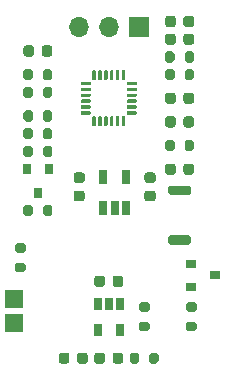
<source format=gbr>
G04 #@! TF.GenerationSoftware,KiCad,Pcbnew,(5.1.10)-1*
G04 #@! TF.CreationDate,2021-11-02T11:53:18+09:00*
G04 #@! TF.ProjectId,fishsensor,66697368-7365-46e7-936f-722e6b696361,rev?*
G04 #@! TF.SameCoordinates,Original*
G04 #@! TF.FileFunction,Paste,Top*
G04 #@! TF.FilePolarity,Positive*
%FSLAX46Y46*%
G04 Gerber Fmt 4.6, Leading zero omitted, Abs format (unit mm)*
G04 Created by KiCad (PCBNEW (5.1.10)-1) date 2021-11-02 11:53:18*
%MOMM*%
%LPD*%
G01*
G04 APERTURE LIST*
%ADD10R,1.500000X1.500000*%
%ADD11R,0.800000X0.900000*%
%ADD12R,0.900000X0.800000*%
%ADD13R,0.650000X1.060000*%
%ADD14O,1.700000X1.700000*%
%ADD15R,1.700000X1.700000*%
%ADD16R,0.650000X1.220000*%
G04 APERTURE END LIST*
D10*
X2000000Y-30500000D03*
X2000000Y-32500000D03*
G36*
G01*
X3575000Y-17725000D02*
X3575000Y-18275000D01*
G75*
G02*
X3375000Y-18475000I-200000J0D01*
G01*
X2975000Y-18475000D01*
G75*
G02*
X2775000Y-18275000I0J200000D01*
G01*
X2775000Y-17725000D01*
G75*
G02*
X2975000Y-17525000I200000J0D01*
G01*
X3375000Y-17525000D01*
G75*
G02*
X3575000Y-17725000I0J-200000D01*
G01*
G37*
G36*
G01*
X5225000Y-17725000D02*
X5225000Y-18275000D01*
G75*
G02*
X5025000Y-18475000I-200000J0D01*
G01*
X4625000Y-18475000D01*
G75*
G02*
X4425000Y-18275000I0J200000D01*
G01*
X4425000Y-17725000D01*
G75*
G02*
X4625000Y-17525000I200000J0D01*
G01*
X5025000Y-17525000D01*
G75*
G02*
X5225000Y-17725000I0J-200000D01*
G01*
G37*
G36*
G01*
X12725000Y-32425000D02*
X13275000Y-32425000D01*
G75*
G02*
X13475000Y-32625000I0J-200000D01*
G01*
X13475000Y-33025000D01*
G75*
G02*
X13275000Y-33225000I-200000J0D01*
G01*
X12725000Y-33225000D01*
G75*
G02*
X12525000Y-33025000I0J200000D01*
G01*
X12525000Y-32625000D01*
G75*
G02*
X12725000Y-32425000I200000J0D01*
G01*
G37*
G36*
G01*
X12725000Y-30775000D02*
X13275000Y-30775000D01*
G75*
G02*
X13475000Y-30975000I0J-200000D01*
G01*
X13475000Y-31375000D01*
G75*
G02*
X13275000Y-31575000I-200000J0D01*
G01*
X12725000Y-31575000D01*
G75*
G02*
X12525000Y-31375000I0J200000D01*
G01*
X12525000Y-30975000D01*
G75*
G02*
X12725000Y-30775000I200000J0D01*
G01*
G37*
D11*
X4000000Y-21500000D03*
X3050000Y-19500000D03*
X4950000Y-19500000D03*
D12*
X19000000Y-28500000D03*
X17000000Y-29450000D03*
X17000000Y-27550000D03*
G36*
G01*
X9675000Y-35250000D02*
X9675000Y-35750000D01*
G75*
G02*
X9450000Y-35975000I-225000J0D01*
G01*
X9000000Y-35975000D01*
G75*
G02*
X8775000Y-35750000I0J225000D01*
G01*
X8775000Y-35250000D01*
G75*
G02*
X9000000Y-35025000I225000J0D01*
G01*
X9450000Y-35025000D01*
G75*
G02*
X9675000Y-35250000I0J-225000D01*
G01*
G37*
G36*
G01*
X11225000Y-35250000D02*
X11225000Y-35750000D01*
G75*
G02*
X11000000Y-35975000I-225000J0D01*
G01*
X10550000Y-35975000D01*
G75*
G02*
X10325000Y-35750000I0J225000D01*
G01*
X10325000Y-35250000D01*
G75*
G02*
X10550000Y-35025000I225000J0D01*
G01*
X11000000Y-35025000D01*
G75*
G02*
X11225000Y-35250000I0J-225000D01*
G01*
G37*
D13*
X10950000Y-33100000D03*
X9050000Y-33100000D03*
X9050000Y-30900000D03*
X10000000Y-30900000D03*
X10950000Y-30900000D03*
G36*
G01*
X16800000Y-25900000D02*
X15200000Y-25900000D01*
G75*
G02*
X15000000Y-25700000I0J200000D01*
G01*
X15000000Y-25300000D01*
G75*
G02*
X15200000Y-25100000I200000J0D01*
G01*
X16800000Y-25100000D01*
G75*
G02*
X17000000Y-25300000I0J-200000D01*
G01*
X17000000Y-25700000D01*
G75*
G02*
X16800000Y-25900000I-200000J0D01*
G01*
G37*
G36*
G01*
X16800000Y-21700000D02*
X15200000Y-21700000D01*
G75*
G02*
X15000000Y-21500000I0J200000D01*
G01*
X15000000Y-21100000D01*
G75*
G02*
X15200000Y-20900000I200000J0D01*
G01*
X16800000Y-20900000D01*
G75*
G02*
X17000000Y-21100000I0J-200000D01*
G01*
X17000000Y-21500000D01*
G75*
G02*
X16800000Y-21700000I-200000J0D01*
G01*
G37*
G36*
G01*
X16425000Y-10275000D02*
X16425000Y-9725000D01*
G75*
G02*
X16625000Y-9525000I200000J0D01*
G01*
X17025000Y-9525000D01*
G75*
G02*
X17225000Y-9725000I0J-200000D01*
G01*
X17225000Y-10275000D01*
G75*
G02*
X17025000Y-10475000I-200000J0D01*
G01*
X16625000Y-10475000D01*
G75*
G02*
X16425000Y-10275000I0J200000D01*
G01*
G37*
G36*
G01*
X14775000Y-10275000D02*
X14775000Y-9725000D01*
G75*
G02*
X14975000Y-9525000I200000J0D01*
G01*
X15375000Y-9525000D01*
G75*
G02*
X15575000Y-9725000I0J-200000D01*
G01*
X15575000Y-10275000D01*
G75*
G02*
X15375000Y-10475000I-200000J0D01*
G01*
X14975000Y-10475000D01*
G75*
G02*
X14775000Y-10275000I0J200000D01*
G01*
G37*
G36*
G01*
X13425000Y-35775000D02*
X13425000Y-35225000D01*
G75*
G02*
X13625000Y-35025000I200000J0D01*
G01*
X14025000Y-35025000D01*
G75*
G02*
X14225000Y-35225000I0J-200000D01*
G01*
X14225000Y-35775000D01*
G75*
G02*
X14025000Y-35975000I-200000J0D01*
G01*
X13625000Y-35975000D01*
G75*
G02*
X13425000Y-35775000I0J200000D01*
G01*
G37*
G36*
G01*
X11775000Y-35775000D02*
X11775000Y-35225000D01*
G75*
G02*
X11975000Y-35025000I200000J0D01*
G01*
X12375000Y-35025000D01*
G75*
G02*
X12575000Y-35225000I0J-200000D01*
G01*
X12575000Y-35775000D01*
G75*
G02*
X12375000Y-35975000I-200000J0D01*
G01*
X11975000Y-35975000D01*
G75*
G02*
X11775000Y-35775000I0J200000D01*
G01*
G37*
G36*
G01*
X15675000Y-8250000D02*
X15675000Y-8750000D01*
G75*
G02*
X15450000Y-8975000I-225000J0D01*
G01*
X15000000Y-8975000D01*
G75*
G02*
X14775000Y-8750000I0J225000D01*
G01*
X14775000Y-8250000D01*
G75*
G02*
X15000000Y-8025000I225000J0D01*
G01*
X15450000Y-8025000D01*
G75*
G02*
X15675000Y-8250000I0J-225000D01*
G01*
G37*
G36*
G01*
X17225000Y-8250000D02*
X17225000Y-8750000D01*
G75*
G02*
X17000000Y-8975000I-225000J0D01*
G01*
X16550000Y-8975000D01*
G75*
G02*
X16325000Y-8750000I0J225000D01*
G01*
X16325000Y-8250000D01*
G75*
G02*
X16550000Y-8025000I225000J0D01*
G01*
X17000000Y-8025000D01*
G75*
G02*
X17225000Y-8250000I0J-225000D01*
G01*
G37*
G36*
G01*
X10325000Y-29250000D02*
X10325000Y-28750000D01*
G75*
G02*
X10550000Y-28525000I225000J0D01*
G01*
X11000000Y-28525000D01*
G75*
G02*
X11225000Y-28750000I0J-225000D01*
G01*
X11225000Y-29250000D01*
G75*
G02*
X11000000Y-29475000I-225000J0D01*
G01*
X10550000Y-29475000D01*
G75*
G02*
X10325000Y-29250000I0J225000D01*
G01*
G37*
G36*
G01*
X8775000Y-29250000D02*
X8775000Y-28750000D01*
G75*
G02*
X9000000Y-28525000I225000J0D01*
G01*
X9450000Y-28525000D01*
G75*
G02*
X9675000Y-28750000I0J-225000D01*
G01*
X9675000Y-29250000D01*
G75*
G02*
X9450000Y-29475000I-225000J0D01*
G01*
X9000000Y-29475000D01*
G75*
G02*
X8775000Y-29250000I0J225000D01*
G01*
G37*
D14*
X7460000Y-7500000D03*
X10000000Y-7500000D03*
D15*
X12540000Y-7500000D03*
G36*
G01*
X8475000Y-14675000D02*
X8475000Y-14825000D01*
G75*
G02*
X8400000Y-14900000I-75000J0D01*
G01*
X7700000Y-14900000D01*
G75*
G02*
X7625000Y-14825000I0J75000D01*
G01*
X7625000Y-14675000D01*
G75*
G02*
X7700000Y-14600000I75000J0D01*
G01*
X8400000Y-14600000D01*
G75*
G02*
X8475000Y-14675000I0J-75000D01*
G01*
G37*
G36*
G01*
X8475000Y-14175000D02*
X8475000Y-14325000D01*
G75*
G02*
X8400000Y-14400000I-75000J0D01*
G01*
X7700000Y-14400000D01*
G75*
G02*
X7625000Y-14325000I0J75000D01*
G01*
X7625000Y-14175000D01*
G75*
G02*
X7700000Y-14100000I75000J0D01*
G01*
X8400000Y-14100000D01*
G75*
G02*
X8475000Y-14175000I0J-75000D01*
G01*
G37*
G36*
G01*
X8475000Y-13675000D02*
X8475000Y-13825000D01*
G75*
G02*
X8400000Y-13900000I-75000J0D01*
G01*
X7700000Y-13900000D01*
G75*
G02*
X7625000Y-13825000I0J75000D01*
G01*
X7625000Y-13675000D01*
G75*
G02*
X7700000Y-13600000I75000J0D01*
G01*
X8400000Y-13600000D01*
G75*
G02*
X8475000Y-13675000I0J-75000D01*
G01*
G37*
G36*
G01*
X8475000Y-13175000D02*
X8475000Y-13325000D01*
G75*
G02*
X8400000Y-13400000I-75000J0D01*
G01*
X7700000Y-13400000D01*
G75*
G02*
X7625000Y-13325000I0J75000D01*
G01*
X7625000Y-13175000D01*
G75*
G02*
X7700000Y-13100000I75000J0D01*
G01*
X8400000Y-13100000D01*
G75*
G02*
X8475000Y-13175000I0J-75000D01*
G01*
G37*
G36*
G01*
X8475000Y-12675000D02*
X8475000Y-12825000D01*
G75*
G02*
X8400000Y-12900000I-75000J0D01*
G01*
X7700000Y-12900000D01*
G75*
G02*
X7625000Y-12825000I0J75000D01*
G01*
X7625000Y-12675000D01*
G75*
G02*
X7700000Y-12600000I75000J0D01*
G01*
X8400000Y-12600000D01*
G75*
G02*
X8475000Y-12675000I0J-75000D01*
G01*
G37*
G36*
G01*
X8475000Y-12175000D02*
X8475000Y-12325000D01*
G75*
G02*
X8400000Y-12400000I-75000J0D01*
G01*
X7700000Y-12400000D01*
G75*
G02*
X7625000Y-12325000I0J75000D01*
G01*
X7625000Y-12175000D01*
G75*
G02*
X7700000Y-12100000I75000J0D01*
G01*
X8400000Y-12100000D01*
G75*
G02*
X8475000Y-12175000I0J-75000D01*
G01*
G37*
G36*
G01*
X8825000Y-11975000D02*
X8675000Y-11975000D01*
G75*
G02*
X8600000Y-11900000I0J75000D01*
G01*
X8600000Y-11200000D01*
G75*
G02*
X8675000Y-11125000I75000J0D01*
G01*
X8825000Y-11125000D01*
G75*
G02*
X8900000Y-11200000I0J-75000D01*
G01*
X8900000Y-11900000D01*
G75*
G02*
X8825000Y-11975000I-75000J0D01*
G01*
G37*
G36*
G01*
X9325000Y-11975000D02*
X9175000Y-11975000D01*
G75*
G02*
X9100000Y-11900000I0J75000D01*
G01*
X9100000Y-11200000D01*
G75*
G02*
X9175000Y-11125000I75000J0D01*
G01*
X9325000Y-11125000D01*
G75*
G02*
X9400000Y-11200000I0J-75000D01*
G01*
X9400000Y-11900000D01*
G75*
G02*
X9325000Y-11975000I-75000J0D01*
G01*
G37*
G36*
G01*
X9825000Y-11975000D02*
X9675000Y-11975000D01*
G75*
G02*
X9600000Y-11900000I0J75000D01*
G01*
X9600000Y-11200000D01*
G75*
G02*
X9675000Y-11125000I75000J0D01*
G01*
X9825000Y-11125000D01*
G75*
G02*
X9900000Y-11200000I0J-75000D01*
G01*
X9900000Y-11900000D01*
G75*
G02*
X9825000Y-11975000I-75000J0D01*
G01*
G37*
G36*
G01*
X10325000Y-11975000D02*
X10175000Y-11975000D01*
G75*
G02*
X10100000Y-11900000I0J75000D01*
G01*
X10100000Y-11200000D01*
G75*
G02*
X10175000Y-11125000I75000J0D01*
G01*
X10325000Y-11125000D01*
G75*
G02*
X10400000Y-11200000I0J-75000D01*
G01*
X10400000Y-11900000D01*
G75*
G02*
X10325000Y-11975000I-75000J0D01*
G01*
G37*
G36*
G01*
X10825000Y-11975000D02*
X10675000Y-11975000D01*
G75*
G02*
X10600000Y-11900000I0J75000D01*
G01*
X10600000Y-11200000D01*
G75*
G02*
X10675000Y-11125000I75000J0D01*
G01*
X10825000Y-11125000D01*
G75*
G02*
X10900000Y-11200000I0J-75000D01*
G01*
X10900000Y-11900000D01*
G75*
G02*
X10825000Y-11975000I-75000J0D01*
G01*
G37*
G36*
G01*
X11325000Y-11975000D02*
X11175000Y-11975000D01*
G75*
G02*
X11100000Y-11900000I0J75000D01*
G01*
X11100000Y-11200000D01*
G75*
G02*
X11175000Y-11125000I75000J0D01*
G01*
X11325000Y-11125000D01*
G75*
G02*
X11400000Y-11200000I0J-75000D01*
G01*
X11400000Y-11900000D01*
G75*
G02*
X11325000Y-11975000I-75000J0D01*
G01*
G37*
G36*
G01*
X12375000Y-12175000D02*
X12375000Y-12325000D01*
G75*
G02*
X12300000Y-12400000I-75000J0D01*
G01*
X11600000Y-12400000D01*
G75*
G02*
X11525000Y-12325000I0J75000D01*
G01*
X11525000Y-12175000D01*
G75*
G02*
X11600000Y-12100000I75000J0D01*
G01*
X12300000Y-12100000D01*
G75*
G02*
X12375000Y-12175000I0J-75000D01*
G01*
G37*
G36*
G01*
X12375000Y-12675000D02*
X12375000Y-12825000D01*
G75*
G02*
X12300000Y-12900000I-75000J0D01*
G01*
X11600000Y-12900000D01*
G75*
G02*
X11525000Y-12825000I0J75000D01*
G01*
X11525000Y-12675000D01*
G75*
G02*
X11600000Y-12600000I75000J0D01*
G01*
X12300000Y-12600000D01*
G75*
G02*
X12375000Y-12675000I0J-75000D01*
G01*
G37*
G36*
G01*
X12375000Y-13175000D02*
X12375000Y-13325000D01*
G75*
G02*
X12300000Y-13400000I-75000J0D01*
G01*
X11600000Y-13400000D01*
G75*
G02*
X11525000Y-13325000I0J75000D01*
G01*
X11525000Y-13175000D01*
G75*
G02*
X11600000Y-13100000I75000J0D01*
G01*
X12300000Y-13100000D01*
G75*
G02*
X12375000Y-13175000I0J-75000D01*
G01*
G37*
G36*
G01*
X12375000Y-13675000D02*
X12375000Y-13825000D01*
G75*
G02*
X12300000Y-13900000I-75000J0D01*
G01*
X11600000Y-13900000D01*
G75*
G02*
X11525000Y-13825000I0J75000D01*
G01*
X11525000Y-13675000D01*
G75*
G02*
X11600000Y-13600000I75000J0D01*
G01*
X12300000Y-13600000D01*
G75*
G02*
X12375000Y-13675000I0J-75000D01*
G01*
G37*
G36*
G01*
X12375000Y-14175000D02*
X12375000Y-14325000D01*
G75*
G02*
X12300000Y-14400000I-75000J0D01*
G01*
X11600000Y-14400000D01*
G75*
G02*
X11525000Y-14325000I0J75000D01*
G01*
X11525000Y-14175000D01*
G75*
G02*
X11600000Y-14100000I75000J0D01*
G01*
X12300000Y-14100000D01*
G75*
G02*
X12375000Y-14175000I0J-75000D01*
G01*
G37*
G36*
G01*
X12375000Y-14675000D02*
X12375000Y-14825000D01*
G75*
G02*
X12300000Y-14900000I-75000J0D01*
G01*
X11600000Y-14900000D01*
G75*
G02*
X11525000Y-14825000I0J75000D01*
G01*
X11525000Y-14675000D01*
G75*
G02*
X11600000Y-14600000I75000J0D01*
G01*
X12300000Y-14600000D01*
G75*
G02*
X12375000Y-14675000I0J-75000D01*
G01*
G37*
G36*
G01*
X11325000Y-15875000D02*
X11175000Y-15875000D01*
G75*
G02*
X11100000Y-15800000I0J75000D01*
G01*
X11100000Y-15100000D01*
G75*
G02*
X11175000Y-15025000I75000J0D01*
G01*
X11325000Y-15025000D01*
G75*
G02*
X11400000Y-15100000I0J-75000D01*
G01*
X11400000Y-15800000D01*
G75*
G02*
X11325000Y-15875000I-75000J0D01*
G01*
G37*
G36*
G01*
X10825000Y-15875000D02*
X10675000Y-15875000D01*
G75*
G02*
X10600000Y-15800000I0J75000D01*
G01*
X10600000Y-15100000D01*
G75*
G02*
X10675000Y-15025000I75000J0D01*
G01*
X10825000Y-15025000D01*
G75*
G02*
X10900000Y-15100000I0J-75000D01*
G01*
X10900000Y-15800000D01*
G75*
G02*
X10825000Y-15875000I-75000J0D01*
G01*
G37*
G36*
G01*
X10325000Y-15875000D02*
X10175000Y-15875000D01*
G75*
G02*
X10100000Y-15800000I0J75000D01*
G01*
X10100000Y-15100000D01*
G75*
G02*
X10175000Y-15025000I75000J0D01*
G01*
X10325000Y-15025000D01*
G75*
G02*
X10400000Y-15100000I0J-75000D01*
G01*
X10400000Y-15800000D01*
G75*
G02*
X10325000Y-15875000I-75000J0D01*
G01*
G37*
G36*
G01*
X9825000Y-15875000D02*
X9675000Y-15875000D01*
G75*
G02*
X9600000Y-15800000I0J75000D01*
G01*
X9600000Y-15100000D01*
G75*
G02*
X9675000Y-15025000I75000J0D01*
G01*
X9825000Y-15025000D01*
G75*
G02*
X9900000Y-15100000I0J-75000D01*
G01*
X9900000Y-15800000D01*
G75*
G02*
X9825000Y-15875000I-75000J0D01*
G01*
G37*
G36*
G01*
X9325000Y-15875000D02*
X9175000Y-15875000D01*
G75*
G02*
X9100000Y-15800000I0J75000D01*
G01*
X9100000Y-15100000D01*
G75*
G02*
X9175000Y-15025000I75000J0D01*
G01*
X9325000Y-15025000D01*
G75*
G02*
X9400000Y-15100000I0J-75000D01*
G01*
X9400000Y-15800000D01*
G75*
G02*
X9325000Y-15875000I-75000J0D01*
G01*
G37*
G36*
G01*
X8825000Y-15875000D02*
X8675000Y-15875000D01*
G75*
G02*
X8600000Y-15800000I0J75000D01*
G01*
X8600000Y-15100000D01*
G75*
G02*
X8675000Y-15025000I75000J0D01*
G01*
X8825000Y-15025000D01*
G75*
G02*
X8900000Y-15100000I0J-75000D01*
G01*
X8900000Y-15800000D01*
G75*
G02*
X8825000Y-15875000I-75000J0D01*
G01*
G37*
D16*
X9550000Y-20190000D03*
X11450000Y-20190000D03*
X11450000Y-22810000D03*
X10500000Y-22810000D03*
X9550000Y-22810000D03*
G36*
G01*
X17275000Y-31575000D02*
X16725000Y-31575000D01*
G75*
G02*
X16525000Y-31375000I0J200000D01*
G01*
X16525000Y-30975000D01*
G75*
G02*
X16725000Y-30775000I200000J0D01*
G01*
X17275000Y-30775000D01*
G75*
G02*
X17475000Y-30975000I0J-200000D01*
G01*
X17475000Y-31375000D01*
G75*
G02*
X17275000Y-31575000I-200000J0D01*
G01*
G37*
G36*
G01*
X17275000Y-33225000D02*
X16725000Y-33225000D01*
G75*
G02*
X16525000Y-33025000I0J200000D01*
G01*
X16525000Y-32625000D01*
G75*
G02*
X16725000Y-32425000I200000J0D01*
G01*
X17275000Y-32425000D01*
G75*
G02*
X17475000Y-32625000I0J-200000D01*
G01*
X17475000Y-33025000D01*
G75*
G02*
X17275000Y-33225000I-200000J0D01*
G01*
G37*
G36*
G01*
X4425000Y-16775000D02*
X4425000Y-16225000D01*
G75*
G02*
X4625000Y-16025000I200000J0D01*
G01*
X5025000Y-16025000D01*
G75*
G02*
X5225000Y-16225000I0J-200000D01*
G01*
X5225000Y-16775000D01*
G75*
G02*
X5025000Y-16975000I-200000J0D01*
G01*
X4625000Y-16975000D01*
G75*
G02*
X4425000Y-16775000I0J200000D01*
G01*
G37*
G36*
G01*
X2775000Y-16775000D02*
X2775000Y-16225000D01*
G75*
G02*
X2975000Y-16025000I200000J0D01*
G01*
X3375000Y-16025000D01*
G75*
G02*
X3575000Y-16225000I0J-200000D01*
G01*
X3575000Y-16775000D01*
G75*
G02*
X3375000Y-16975000I-200000J0D01*
G01*
X2975000Y-16975000D01*
G75*
G02*
X2775000Y-16775000I0J200000D01*
G01*
G37*
G36*
G01*
X16425000Y-11775000D02*
X16425000Y-11225000D01*
G75*
G02*
X16625000Y-11025000I200000J0D01*
G01*
X17025000Y-11025000D01*
G75*
G02*
X17225000Y-11225000I0J-200000D01*
G01*
X17225000Y-11775000D01*
G75*
G02*
X17025000Y-11975000I-200000J0D01*
G01*
X16625000Y-11975000D01*
G75*
G02*
X16425000Y-11775000I0J200000D01*
G01*
G37*
G36*
G01*
X14775000Y-11775000D02*
X14775000Y-11225000D01*
G75*
G02*
X14975000Y-11025000I200000J0D01*
G01*
X15375000Y-11025000D01*
G75*
G02*
X15575000Y-11225000I0J-200000D01*
G01*
X15575000Y-11775000D01*
G75*
G02*
X15375000Y-11975000I-200000J0D01*
G01*
X14975000Y-11975000D01*
G75*
G02*
X14775000Y-11775000I0J200000D01*
G01*
G37*
G36*
G01*
X16425000Y-17775000D02*
X16425000Y-17225000D01*
G75*
G02*
X16625000Y-17025000I200000J0D01*
G01*
X17025000Y-17025000D01*
G75*
G02*
X17225000Y-17225000I0J-200000D01*
G01*
X17225000Y-17775000D01*
G75*
G02*
X17025000Y-17975000I-200000J0D01*
G01*
X16625000Y-17975000D01*
G75*
G02*
X16425000Y-17775000I0J200000D01*
G01*
G37*
G36*
G01*
X14775000Y-17775000D02*
X14775000Y-17225000D01*
G75*
G02*
X14975000Y-17025000I200000J0D01*
G01*
X15375000Y-17025000D01*
G75*
G02*
X15575000Y-17225000I0J-200000D01*
G01*
X15575000Y-17775000D01*
G75*
G02*
X15375000Y-17975000I-200000J0D01*
G01*
X14975000Y-17975000D01*
G75*
G02*
X14775000Y-17775000I0J200000D01*
G01*
G37*
G36*
G01*
X4425000Y-13275000D02*
X4425000Y-12725000D01*
G75*
G02*
X4625000Y-12525000I200000J0D01*
G01*
X5025000Y-12525000D01*
G75*
G02*
X5225000Y-12725000I0J-200000D01*
G01*
X5225000Y-13275000D01*
G75*
G02*
X5025000Y-13475000I-200000J0D01*
G01*
X4625000Y-13475000D01*
G75*
G02*
X4425000Y-13275000I0J200000D01*
G01*
G37*
G36*
G01*
X2775000Y-13275000D02*
X2775000Y-12725000D01*
G75*
G02*
X2975000Y-12525000I200000J0D01*
G01*
X3375000Y-12525000D01*
G75*
G02*
X3575000Y-12725000I0J-200000D01*
G01*
X3575000Y-13275000D01*
G75*
G02*
X3375000Y-13475000I-200000J0D01*
G01*
X2975000Y-13475000D01*
G75*
G02*
X2775000Y-13275000I0J200000D01*
G01*
G37*
G36*
G01*
X4425000Y-11775000D02*
X4425000Y-11225000D01*
G75*
G02*
X4625000Y-11025000I200000J0D01*
G01*
X5025000Y-11025000D01*
G75*
G02*
X5225000Y-11225000I0J-200000D01*
G01*
X5225000Y-11775000D01*
G75*
G02*
X5025000Y-11975000I-200000J0D01*
G01*
X4625000Y-11975000D01*
G75*
G02*
X4425000Y-11775000I0J200000D01*
G01*
G37*
G36*
G01*
X2775000Y-11775000D02*
X2775000Y-11225000D01*
G75*
G02*
X2975000Y-11025000I200000J0D01*
G01*
X3375000Y-11025000D01*
G75*
G02*
X3575000Y-11225000I0J-200000D01*
G01*
X3575000Y-11775000D01*
G75*
G02*
X3375000Y-11975000I-200000J0D01*
G01*
X2975000Y-11975000D01*
G75*
G02*
X2775000Y-11775000I0J200000D01*
G01*
G37*
G36*
G01*
X2225000Y-27425000D02*
X2775000Y-27425000D01*
G75*
G02*
X2975000Y-27625000I0J-200000D01*
G01*
X2975000Y-28025000D01*
G75*
G02*
X2775000Y-28225000I-200000J0D01*
G01*
X2225000Y-28225000D01*
G75*
G02*
X2025000Y-28025000I0J200000D01*
G01*
X2025000Y-27625000D01*
G75*
G02*
X2225000Y-27425000I200000J0D01*
G01*
G37*
G36*
G01*
X2225000Y-25775000D02*
X2775000Y-25775000D01*
G75*
G02*
X2975000Y-25975000I0J-200000D01*
G01*
X2975000Y-26375000D01*
G75*
G02*
X2775000Y-26575000I-200000J0D01*
G01*
X2225000Y-26575000D01*
G75*
G02*
X2025000Y-26375000I0J200000D01*
G01*
X2025000Y-25975000D01*
G75*
G02*
X2225000Y-25775000I200000J0D01*
G01*
G37*
G36*
G01*
X4425000Y-15275000D02*
X4425000Y-14725000D01*
G75*
G02*
X4625000Y-14525000I200000J0D01*
G01*
X5025000Y-14525000D01*
G75*
G02*
X5225000Y-14725000I0J-200000D01*
G01*
X5225000Y-15275000D01*
G75*
G02*
X5025000Y-15475000I-200000J0D01*
G01*
X4625000Y-15475000D01*
G75*
G02*
X4425000Y-15275000I0J200000D01*
G01*
G37*
G36*
G01*
X2775000Y-15275000D02*
X2775000Y-14725000D01*
G75*
G02*
X2975000Y-14525000I200000J0D01*
G01*
X3375000Y-14525000D01*
G75*
G02*
X3575000Y-14725000I0J-200000D01*
G01*
X3575000Y-15275000D01*
G75*
G02*
X3375000Y-15475000I-200000J0D01*
G01*
X2975000Y-15475000D01*
G75*
G02*
X2775000Y-15275000I0J200000D01*
G01*
G37*
G36*
G01*
X4425000Y-23275000D02*
X4425000Y-22725000D01*
G75*
G02*
X4625000Y-22525000I200000J0D01*
G01*
X5025000Y-22525000D01*
G75*
G02*
X5225000Y-22725000I0J-200000D01*
G01*
X5225000Y-23275000D01*
G75*
G02*
X5025000Y-23475000I-200000J0D01*
G01*
X4625000Y-23475000D01*
G75*
G02*
X4425000Y-23275000I0J200000D01*
G01*
G37*
G36*
G01*
X2775000Y-23275000D02*
X2775000Y-22725000D01*
G75*
G02*
X2975000Y-22525000I200000J0D01*
G01*
X3375000Y-22525000D01*
G75*
G02*
X3575000Y-22725000I0J-200000D01*
G01*
X3575000Y-23275000D01*
G75*
G02*
X3375000Y-23475000I-200000J0D01*
G01*
X2975000Y-23475000D01*
G75*
G02*
X2775000Y-23275000I0J200000D01*
G01*
G37*
G36*
G01*
X4325000Y-9750000D02*
X4325000Y-9250000D01*
G75*
G02*
X4550000Y-9025000I225000J0D01*
G01*
X5000000Y-9025000D01*
G75*
G02*
X5225000Y-9250000I0J-225000D01*
G01*
X5225000Y-9750000D01*
G75*
G02*
X5000000Y-9975000I-225000J0D01*
G01*
X4550000Y-9975000D01*
G75*
G02*
X4325000Y-9750000I0J225000D01*
G01*
G37*
G36*
G01*
X2775000Y-9750000D02*
X2775000Y-9250000D01*
G75*
G02*
X3000000Y-9025000I225000J0D01*
G01*
X3450000Y-9025000D01*
G75*
G02*
X3675000Y-9250000I0J-225000D01*
G01*
X3675000Y-9750000D01*
G75*
G02*
X3450000Y-9975000I-225000J0D01*
G01*
X3000000Y-9975000D01*
G75*
G02*
X2775000Y-9750000I0J225000D01*
G01*
G37*
G36*
G01*
X15675000Y-13250000D02*
X15675000Y-13750000D01*
G75*
G02*
X15450000Y-13975000I-225000J0D01*
G01*
X15000000Y-13975000D01*
G75*
G02*
X14775000Y-13750000I0J225000D01*
G01*
X14775000Y-13250000D01*
G75*
G02*
X15000000Y-13025000I225000J0D01*
G01*
X15450000Y-13025000D01*
G75*
G02*
X15675000Y-13250000I0J-225000D01*
G01*
G37*
G36*
G01*
X17225000Y-13250000D02*
X17225000Y-13750000D01*
G75*
G02*
X17000000Y-13975000I-225000J0D01*
G01*
X16550000Y-13975000D01*
G75*
G02*
X16325000Y-13750000I0J225000D01*
G01*
X16325000Y-13250000D01*
G75*
G02*
X16550000Y-13025000I225000J0D01*
G01*
X17000000Y-13025000D01*
G75*
G02*
X17225000Y-13250000I0J-225000D01*
G01*
G37*
G36*
G01*
X16325000Y-15750000D02*
X16325000Y-15250000D01*
G75*
G02*
X16550000Y-15025000I225000J0D01*
G01*
X17000000Y-15025000D01*
G75*
G02*
X17225000Y-15250000I0J-225000D01*
G01*
X17225000Y-15750000D01*
G75*
G02*
X17000000Y-15975000I-225000J0D01*
G01*
X16550000Y-15975000D01*
G75*
G02*
X16325000Y-15750000I0J225000D01*
G01*
G37*
G36*
G01*
X14775000Y-15750000D02*
X14775000Y-15250000D01*
G75*
G02*
X15000000Y-15025000I225000J0D01*
G01*
X15450000Y-15025000D01*
G75*
G02*
X15675000Y-15250000I0J-225000D01*
G01*
X15675000Y-15750000D01*
G75*
G02*
X15450000Y-15975000I-225000J0D01*
G01*
X15000000Y-15975000D01*
G75*
G02*
X14775000Y-15750000I0J225000D01*
G01*
G37*
G36*
G01*
X15675000Y-6750000D02*
X15675000Y-7250000D01*
G75*
G02*
X15450000Y-7475000I-225000J0D01*
G01*
X15000000Y-7475000D01*
G75*
G02*
X14775000Y-7250000I0J225000D01*
G01*
X14775000Y-6750000D01*
G75*
G02*
X15000000Y-6525000I225000J0D01*
G01*
X15450000Y-6525000D01*
G75*
G02*
X15675000Y-6750000I0J-225000D01*
G01*
G37*
G36*
G01*
X17225000Y-6750000D02*
X17225000Y-7250000D01*
G75*
G02*
X17000000Y-7475000I-225000J0D01*
G01*
X16550000Y-7475000D01*
G75*
G02*
X16325000Y-7250000I0J225000D01*
G01*
X16325000Y-6750000D01*
G75*
G02*
X16550000Y-6525000I225000J0D01*
G01*
X17000000Y-6525000D01*
G75*
G02*
X17225000Y-6750000I0J-225000D01*
G01*
G37*
G36*
G01*
X7250000Y-21325000D02*
X7750000Y-21325000D01*
G75*
G02*
X7975000Y-21550000I0J-225000D01*
G01*
X7975000Y-22000000D01*
G75*
G02*
X7750000Y-22225000I-225000J0D01*
G01*
X7250000Y-22225000D01*
G75*
G02*
X7025000Y-22000000I0J225000D01*
G01*
X7025000Y-21550000D01*
G75*
G02*
X7250000Y-21325000I225000J0D01*
G01*
G37*
G36*
G01*
X7250000Y-19775000D02*
X7750000Y-19775000D01*
G75*
G02*
X7975000Y-20000000I0J-225000D01*
G01*
X7975000Y-20450000D01*
G75*
G02*
X7750000Y-20675000I-225000J0D01*
G01*
X7250000Y-20675000D01*
G75*
G02*
X7025000Y-20450000I0J225000D01*
G01*
X7025000Y-20000000D01*
G75*
G02*
X7250000Y-19775000I225000J0D01*
G01*
G37*
G36*
G01*
X13750000Y-20675000D02*
X13250000Y-20675000D01*
G75*
G02*
X13025000Y-20450000I0J225000D01*
G01*
X13025000Y-20000000D01*
G75*
G02*
X13250000Y-19775000I225000J0D01*
G01*
X13750000Y-19775000D01*
G75*
G02*
X13975000Y-20000000I0J-225000D01*
G01*
X13975000Y-20450000D01*
G75*
G02*
X13750000Y-20675000I-225000J0D01*
G01*
G37*
G36*
G01*
X13750000Y-22225000D02*
X13250000Y-22225000D01*
G75*
G02*
X13025000Y-22000000I0J225000D01*
G01*
X13025000Y-21550000D01*
G75*
G02*
X13250000Y-21325000I225000J0D01*
G01*
X13750000Y-21325000D01*
G75*
G02*
X13975000Y-21550000I0J-225000D01*
G01*
X13975000Y-22000000D01*
G75*
G02*
X13750000Y-22225000I-225000J0D01*
G01*
G37*
G36*
G01*
X7325000Y-35750000D02*
X7325000Y-35250000D01*
G75*
G02*
X7550000Y-35025000I225000J0D01*
G01*
X8000000Y-35025000D01*
G75*
G02*
X8225000Y-35250000I0J-225000D01*
G01*
X8225000Y-35750000D01*
G75*
G02*
X8000000Y-35975000I-225000J0D01*
G01*
X7550000Y-35975000D01*
G75*
G02*
X7325000Y-35750000I0J225000D01*
G01*
G37*
G36*
G01*
X5775000Y-35750000D02*
X5775000Y-35250000D01*
G75*
G02*
X6000000Y-35025000I225000J0D01*
G01*
X6450000Y-35025000D01*
G75*
G02*
X6675000Y-35250000I0J-225000D01*
G01*
X6675000Y-35750000D01*
G75*
G02*
X6450000Y-35975000I-225000J0D01*
G01*
X6000000Y-35975000D01*
G75*
G02*
X5775000Y-35750000I0J225000D01*
G01*
G37*
G36*
G01*
X16325000Y-19750000D02*
X16325000Y-19250000D01*
G75*
G02*
X16550000Y-19025000I225000J0D01*
G01*
X17000000Y-19025000D01*
G75*
G02*
X17225000Y-19250000I0J-225000D01*
G01*
X17225000Y-19750000D01*
G75*
G02*
X17000000Y-19975000I-225000J0D01*
G01*
X16550000Y-19975000D01*
G75*
G02*
X16325000Y-19750000I0J225000D01*
G01*
G37*
G36*
G01*
X14775000Y-19750000D02*
X14775000Y-19250000D01*
G75*
G02*
X15000000Y-19025000I225000J0D01*
G01*
X15450000Y-19025000D01*
G75*
G02*
X15675000Y-19250000I0J-225000D01*
G01*
X15675000Y-19750000D01*
G75*
G02*
X15450000Y-19975000I-225000J0D01*
G01*
X15000000Y-19975000D01*
G75*
G02*
X14775000Y-19750000I0J225000D01*
G01*
G37*
M02*

</source>
